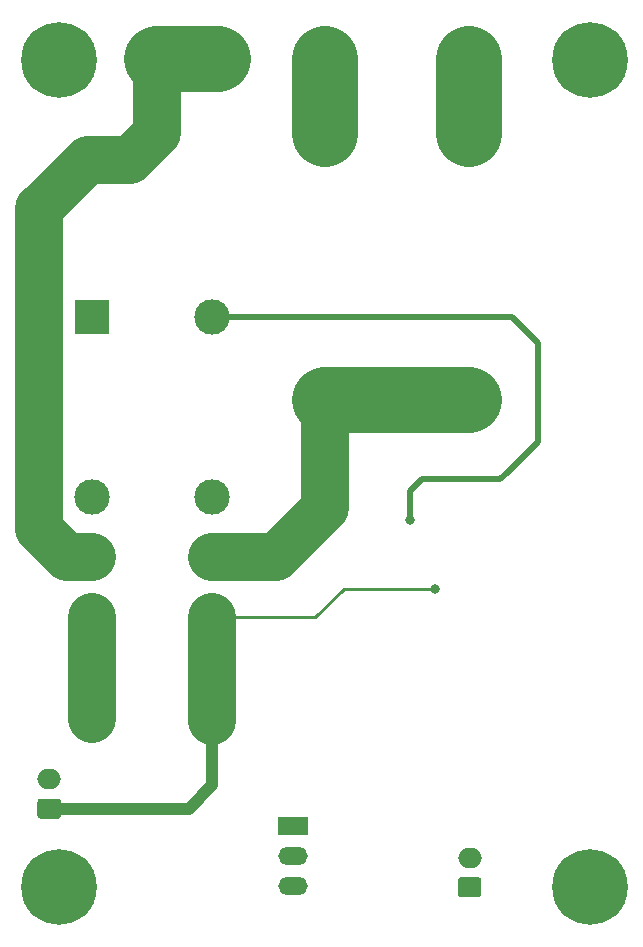
<source format=gbl>
G04 #@! TF.GenerationSoftware,KiCad,Pcbnew,5.1.6+dfsg1-1~bpo9+1*
G04 #@! TF.CreationDate,2022-04-20T22:27:00+02:00*
G04 #@! TF.ProjectId,sdrtrx-powerswitch,73647274-7278-42d7-906f-776572737769,rev?*
G04 #@! TF.SameCoordinates,Original*
G04 #@! TF.FileFunction,Copper,L2,Bot*
G04 #@! TF.FilePolarity,Positive*
%FSLAX46Y46*%
G04 Gerber Fmt 4.6, Leading zero omitted, Abs format (unit mm)*
G04 Created by KiCad (PCBNEW 5.1.6+dfsg1-1~bpo9+1) date 2022-04-20 22:27:00*
%MOMM*%
%LPD*%
G01*
G04 APERTURE LIST*
G04 #@! TA.AperFunction,ComponentPad*
%ADD10O,2.000000X1.700000*%
G04 #@! TD*
G04 #@! TA.AperFunction,ComponentPad*
%ADD11C,3.000000*%
G04 #@! TD*
G04 #@! TA.AperFunction,ComponentPad*
%ADD12R,3.000000X3.000000*%
G04 #@! TD*
G04 #@! TA.AperFunction,ComponentPad*
%ADD13O,2.500000X1.500000*%
G04 #@! TD*
G04 #@! TA.AperFunction,ComponentPad*
%ADD14R,2.500000X1.500000*%
G04 #@! TD*
G04 #@! TA.AperFunction,ComponentPad*
%ADD15C,6.400000*%
G04 #@! TD*
G04 #@! TA.AperFunction,ViaPad*
%ADD16C,0.800000*%
G04 #@! TD*
G04 #@! TA.AperFunction,Conductor*
%ADD17C,4.064000*%
G04 #@! TD*
G04 #@! TA.AperFunction,Conductor*
%ADD18C,0.254000*%
G04 #@! TD*
G04 #@! TA.AperFunction,Conductor*
%ADD19C,1.016000*%
G04 #@! TD*
G04 #@! TA.AperFunction,Conductor*
%ADD20C,0.508000*%
G04 #@! TD*
G04 #@! TA.AperFunction,Conductor*
%ADD21C,5.588000*%
G04 #@! TD*
G04 #@! TA.AperFunction,Conductor*
%ADD22C,0.250000*%
G04 #@! TD*
G04 APERTURE END LIST*
D10*
X74200000Y-120900000D03*
G04 #@! TA.AperFunction,ComponentPad*
G36*
G01*
X74950000Y-124250000D02*
X73450000Y-124250000D01*
G75*
G02*
X73200000Y-124000000I0J250000D01*
G01*
X73200000Y-122800000D01*
G75*
G02*
X73450000Y-122550000I250000J0D01*
G01*
X74950000Y-122550000D01*
G75*
G02*
X75200000Y-122800000I0J-250000D01*
G01*
X75200000Y-124000000D01*
G75*
G02*
X74950000Y-124250000I-250000J0D01*
G01*
G37*
G04 #@! TD.AperFunction*
G04 #@! TA.AperFunction,ComponentPad*
G36*
G01*
X81937000Y-61069001D02*
X81937000Y-58818999D01*
G75*
G02*
X82186999Y-58569000I249999J0D01*
G01*
X84437001Y-58569000D01*
G75*
G02*
X84687000Y-58818999I0J-249999D01*
G01*
X84687000Y-61069001D01*
G75*
G02*
X84437001Y-61319000I-249999J0D01*
G01*
X82186999Y-61319000D01*
G75*
G02*
X81937000Y-61069001I0J249999D01*
G01*
G37*
G04 #@! TD.AperFunction*
G04 #@! TA.AperFunction,ComponentPad*
G36*
G01*
X87144000Y-61069001D02*
X87144000Y-58818999D01*
G75*
G02*
X87393999Y-58569000I249999J0D01*
G01*
X89644001Y-58569000D01*
G75*
G02*
X89894000Y-58818999I0J-249999D01*
G01*
X89894000Y-61069001D01*
G75*
G02*
X89644001Y-61319000I-249999J0D01*
G01*
X87393999Y-61319000D01*
G75*
G02*
X87144000Y-61069001I0J249999D01*
G01*
G37*
G04 #@! TD.AperFunction*
G04 #@! TA.AperFunction,ComponentPad*
G36*
G01*
X96161000Y-61069001D02*
X96161000Y-58818999D01*
G75*
G02*
X96410999Y-58569000I249999J0D01*
G01*
X98661001Y-58569000D01*
G75*
G02*
X98911000Y-58818999I0J-249999D01*
G01*
X98911000Y-61069001D01*
G75*
G02*
X98661001Y-61319000I-249999J0D01*
G01*
X96410999Y-61319000D01*
G75*
G02*
X96161000Y-61069001I0J249999D01*
G01*
G37*
G04 #@! TD.AperFunction*
G04 #@! TA.AperFunction,ComponentPad*
G36*
G01*
X108353000Y-61069001D02*
X108353000Y-58818999D01*
G75*
G02*
X108602999Y-58569000I249999J0D01*
G01*
X110853001Y-58569000D01*
G75*
G02*
X111103000Y-58818999I0J-249999D01*
G01*
X111103000Y-61069001D01*
G75*
G02*
X110853001Y-61319000I-249999J0D01*
G01*
X108602999Y-61319000D01*
G75*
G02*
X108353000Y-61069001I0J249999D01*
G01*
G37*
G04 #@! TD.AperFunction*
G04 #@! TA.AperFunction,ComponentPad*
G36*
G01*
X76476000Y-116949001D02*
X76476000Y-114698999D01*
G75*
G02*
X76725999Y-114449000I249999J0D01*
G01*
X78976001Y-114449000D01*
G75*
G02*
X79226000Y-114698999I0J-249999D01*
G01*
X79226000Y-116949001D01*
G75*
G02*
X78976001Y-117199000I-249999J0D01*
G01*
X76725999Y-117199000D01*
G75*
G02*
X76476000Y-116949001I0J249999D01*
G01*
G37*
G04 #@! TD.AperFunction*
G04 #@! TA.AperFunction,ComponentPad*
G36*
G01*
X86636000Y-117076001D02*
X86636000Y-114825999D01*
G75*
G02*
X86885999Y-114576000I249999J0D01*
G01*
X89136001Y-114576000D01*
G75*
G02*
X89386000Y-114825999I0J-249999D01*
G01*
X89386000Y-117076001D01*
G75*
G02*
X89136001Y-117326000I-249999J0D01*
G01*
X86885999Y-117326000D01*
G75*
G02*
X86636000Y-117076001I0J249999D01*
G01*
G37*
G04 #@! TD.AperFunction*
D11*
X88011000Y-107188000D03*
X77851000Y-102108000D03*
X88011000Y-97028000D03*
X77851000Y-97028000D03*
X77851000Y-107188000D03*
X88011000Y-102108000D03*
D12*
X77851000Y-81788000D03*
D11*
X88011000Y-81788000D03*
D10*
X109791500Y-127548000D03*
G04 #@! TA.AperFunction,ComponentPad*
G36*
G01*
X110541500Y-130898000D02*
X109041500Y-130898000D01*
G75*
G02*
X108791500Y-130648000I0J250000D01*
G01*
X108791500Y-129448000D01*
G75*
G02*
X109041500Y-129198000I250000J0D01*
G01*
X110541500Y-129198000D01*
G75*
G02*
X110791500Y-129448000I0J-250000D01*
G01*
X110791500Y-130648000D01*
G75*
G02*
X110541500Y-130898000I-250000J0D01*
G01*
G37*
G04 #@! TD.AperFunction*
D13*
X94805500Y-129921000D03*
X94805500Y-127381000D03*
D14*
X94805500Y-124841000D03*
D11*
X97536000Y-88794000D03*
X97536000Y-66294000D03*
X109728000Y-88794000D03*
X109728000Y-66294000D03*
D15*
X120000000Y-130000000D03*
X120000000Y-60000000D03*
X75000000Y-60000000D03*
X75000000Y-130000000D03*
D16*
X106870500Y-104775000D03*
X104775000Y-98933000D03*
D17*
X77851000Y-115824000D02*
X77851000Y-107188000D01*
X88011000Y-115951000D02*
X88011000Y-107188000D01*
X88011000Y-115951000D02*
X88011000Y-107388010D01*
D18*
X106870500Y-104775000D02*
X99123500Y-104775000D01*
X96710500Y-107188000D02*
X88011000Y-107188000D01*
X99123500Y-104775000D02*
X96710500Y-107188000D01*
D19*
X86000000Y-123400000D02*
X79100000Y-123400000D01*
X88011000Y-121389000D02*
X86000000Y-123400000D01*
X79100000Y-123400000D02*
X74200000Y-123400000D01*
X88011000Y-115951000D02*
X88011000Y-121389000D01*
D20*
X115570000Y-92329000D02*
X113030000Y-94869000D01*
X113030000Y-94869000D02*
X112395000Y-95504000D01*
X112395000Y-95504000D02*
X106299000Y-95504000D01*
X106299000Y-95504000D02*
X105791000Y-95504000D01*
X105791000Y-95504000D02*
X104775000Y-96520000D01*
X104775000Y-96520000D02*
X104775000Y-98933000D01*
X115570000Y-83947000D02*
X115570000Y-87630000D01*
X115570000Y-86487000D02*
X115570000Y-87630000D01*
X88011000Y-81788000D02*
X113411000Y-81788000D01*
X115570000Y-87630000D02*
X115570000Y-92329000D01*
X113411000Y-81788000D02*
X115570000Y-83947000D01*
D17*
X88011000Y-102108000D02*
X93408500Y-102108000D01*
X97536000Y-97980500D02*
X93408500Y-102108000D01*
X97536000Y-97980500D02*
X97536000Y-88794000D01*
D21*
X97536000Y-88794000D02*
X109728000Y-88794000D01*
X88519000Y-59944000D02*
X83312000Y-59944000D01*
D17*
X75729680Y-102108000D02*
X77851000Y-102108000D01*
X73356999Y-99735319D02*
X75729680Y-102108000D01*
X73356999Y-72502501D02*
X73356999Y-99735319D01*
X73420499Y-72502501D02*
X77470000Y-68453000D01*
X77470000Y-68453000D02*
X81026000Y-68453000D01*
X83312000Y-66167000D02*
X83312000Y-59944000D01*
X81026000Y-68453000D02*
X83312000Y-66167000D01*
D21*
X109728000Y-66294000D02*
X109728000Y-59944000D01*
D22*
X97536000Y-60071000D02*
X97663000Y-59944000D01*
D21*
X97536000Y-66294000D02*
X97536000Y-59944000D01*
M02*

</source>
